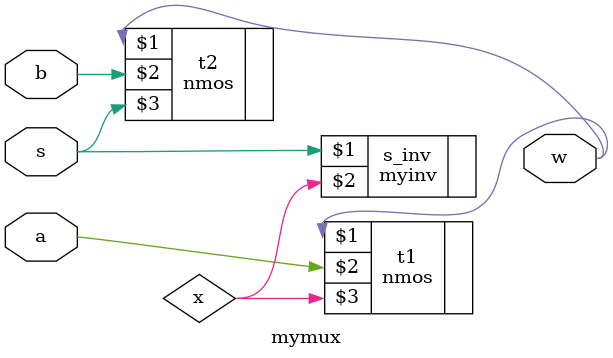
<source format=v>
`timescale 1ns/1ns

module mymux(input a, b, s, output w);

wire x;
nmos #(3,4,5) t1(w,a,x);
nmos #(3,4,5) t2(w,b,s);
myinv s_inv(s,x);

endmodule

</source>
